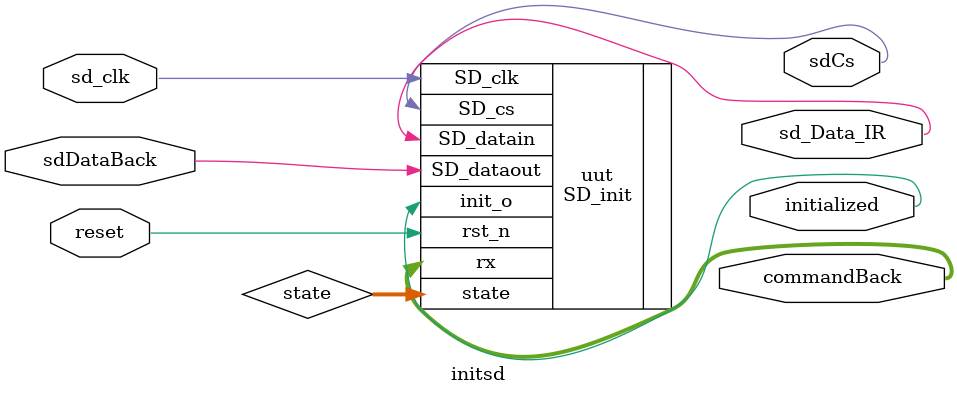
<source format=v>
`timescale 1ns / 1ps


module initsd(
    input reset,//重置信号
    input sd_clk,//时钟
    input sdDataBack,//sd卡的返回命令，连过来
    output sdCs,// sd卡的片选
    output sd_Data_IR,//送到sd卡的命令， 按位
    output initialized,
    output [47:0] commandBack
    );
    wire [3:0] state;
    SD_init uut(
    .rst_n(reset), 
    .SD_clk(sd_clk), 
    .SD_cs(sdCs), 
    .SD_datain(sd_Data_IR), 
   .SD_dataout(sdDataBack),
   .rx(commandBack),  
    .init_o(initialized), 
    .state(state));
endmodule

</source>
